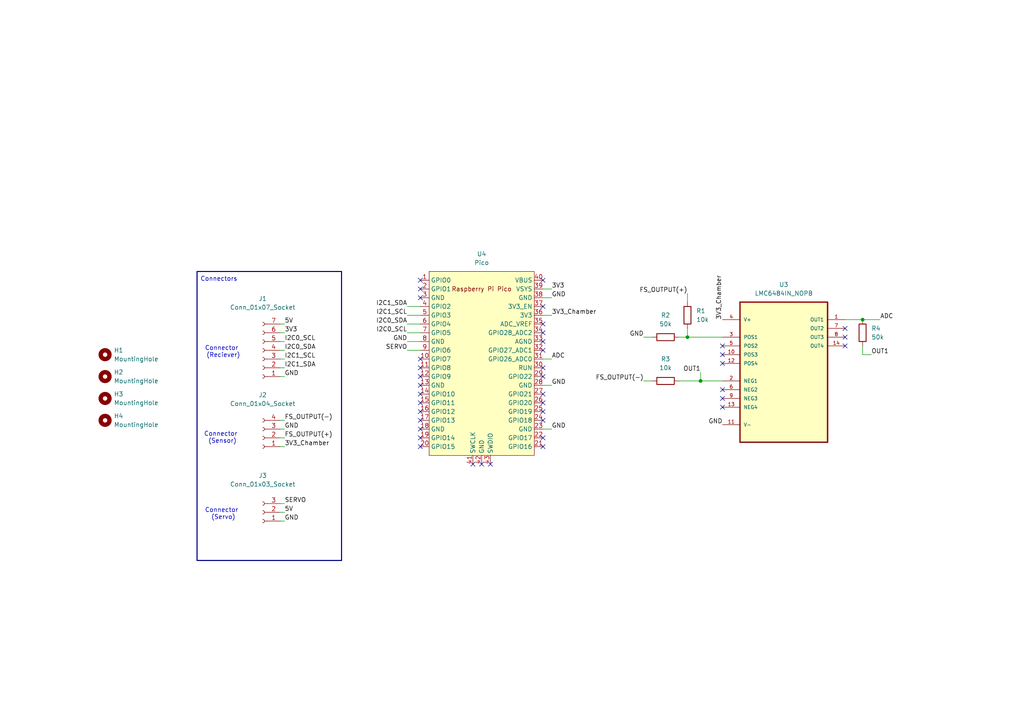
<source format=kicad_sch>
(kicad_sch (version 20231120) (generator "eeschema") (generator_version "8.0")
  (paper "A4")
  (title_block (title "OPEL Sensing Sender") (company "Olin Plasma Engineering Lab"))
  (lib_symbols
    (symbol "Connector:Conn_01x03_Socket" (pin_names (offset 1.016) hide)
      (property "Reference" "J" (at 0 5.08 0))
      (property "Value" "Conn_01x03_Socket" (at 0 -5.08 0))
      (symbol "Conn_01x03_Socket_1_1"
        (arc (start 0 -2.032) (mid -0.5058 -2.54) (end 0 -3.048) (stroke (width 0.1524)))
        (polyline (pts (xy -1.27 -2.54) (xy -0.508 -2.54)) (stroke (width 0.1524)))
        (polyline (pts (xy -1.27 0) (xy -0.508 0)) (stroke (width 0.1524)))
        (polyline (pts (xy -1.27 2.54) (xy -0.508 2.54)) (stroke (width 0.1524)))
        (arc (start 0 0.508) (mid -0.5058 0) (end 0 -0.508) (stroke (width 0.1524)))
        (arc (start 0 3.048) (mid -0.5058 2.54) (end 0 2.032) (stroke (width 0.1524)))
        (pin passive line (at -5.08 2.54 0) (length 3.81) (name "Pin_1") (number "1"))
        (pin passive line (at -5.08 0 0) (length 3.81) (name "Pin_2") (number "2"))
        (pin passive line (at -5.08 -2.54 0) (length 3.81) (name "Pin_3") (number "3"))
      )
    )
    (symbol "Connector:Conn_01x04_Socket" (pin_names (offset 1.016) hide)
      (property "Reference" "J" (at 0 5.08 0))
      (property "Value" "Conn_01x04_Socket" (at 0 -7.62 0))
      (symbol "Conn_01x04_Socket_1_1"
        (arc (start 0 -4.572) (mid -0.5058 -5.08) (end 0 -5.588) (stroke (width 0.1524)))
        (arc (start 0 -2.032) (mid -0.5058 -2.54) (end 0 -3.048) (stroke (width 0.1524)))
        (polyline (pts (xy -1.27 -5.08) (xy -0.508 -5.08)) (stroke (width 0.1524)))
        (polyline (pts (xy -1.27 -2.54) (xy -0.508 -2.54)) (stroke (width 0.1524)))
        (polyline (pts (xy -1.27 0) (xy -0.508 0)) (stroke (width 0.1524)))
        (polyline (pts (xy -1.27 2.54) (xy -0.508 2.54)) (stroke (width 0.1524)))
        (arc (start 0 0.508) (mid -0.5058 0) (end 0 -0.508) (stroke (width 0.1524)))
        (arc (start 0 3.048) (mid -0.5058 2.54) (end 0 2.032) (stroke (width 0.1524)))
        (pin passive line (at -5.08 2.54 0) (length 3.81) (name "Pin_1") (number "1"))
        (pin passive line (at -5.08 0 0) (length 3.81) (name "Pin_2") (number "2"))
        (pin passive line (at -5.08 -2.54 0) (length 3.81) (name "Pin_3") (number "3"))
        (pin passive line (at -5.08 -5.08 0) (length 3.81) (name "Pin_4") (number "4"))
      )
    )
    (symbol "Connector:Conn_01x07_Socket" (pin_names (offset 1.016) hide)
      (property "Reference" "J" (at 0 10.16 0))
      (property "Value" "Conn_01x07_Socket" (at 0 -10.16 0))
      (symbol "Conn_01x07_Socket_1_1"
        (arc (start 0 -7.112) (mid -0.5058 -7.62) (end 0 -8.128) (stroke (width 0.1524)))
        (arc (start 0 -4.572) (mid -0.5058 -5.08) (end 0 -5.588) (stroke (width 0.1524)))
        (arc (start 0 -2.032) (mid -0.5058 -2.54) (end 0 -3.048) (stroke (width 0.1524)))
        (polyline (pts (xy -1.27 -7.62) (xy -0.508 -7.62)) (stroke (width 0.1524)))
        (polyline (pts (xy -1.27 -5.08) (xy -0.508 -5.08)) (stroke (width 0.1524)))
        (polyline (pts (xy -1.27 -2.54) (xy -0.508 -2.54)) (stroke (width 0.1524)))
        (polyline (pts (xy -1.27 0) (xy -0.508 0)) (stroke (width 0.1524)))
        (polyline (pts (xy -1.27 2.54) (xy -0.508 2.54)) (stroke (width 0.1524)))
        (polyline (pts (xy -1.27 5.08) (xy -0.508 5.08)) (stroke (width 0.1524)))
        (polyline (pts (xy -1.27 7.62) (xy -0.508 7.62)) (stroke (width 0.1524)))
        (arc (start 0 0.508) (mid -0.5058 0) (end 0 -0.508) (stroke (width 0.1524)))
        (arc (start 0 3.048) (mid -0.5058 2.54) (end 0 2.032) (stroke (width 0.1524)))
        (arc (start 0 5.588) (mid -0.5058 5.08) (end 0 4.572) (stroke (width 0.1524)))
        (arc (start 0 8.128) (mid -0.5058 7.62) (end 0 7.112) (stroke (width 0.1524)))
        (pin passive line (at -5.08 7.62 0) (length 3.81) (name "Pin_1") (number "1"))
        (pin passive line (at -5.08 5.08 0) (length 3.81) (name "Pin_2") (number "2"))
        (pin passive line (at -5.08 2.54 0) (length 3.81) (name "Pin_3") (number "3"))
        (pin passive line (at -5.08 0 0) (length 3.81) (name "Pin_4") (number "4"))
        (pin passive line (at -5.08 -2.54 0) (length 3.81) (name "Pin_5") (number "5"))
        (pin passive line (at -5.08 -5.08 0) (length 3.81) (name "Pin_6") (number "6"))
        (pin passive line (at -5.08 -7.62 0) (length 3.81) (name "Pin_7") (number "7"))
      )
    )
    (symbol "Device:R" (pin_numbers hide) (pin_names (offset 0))
      (property "Reference" "R" (at 2.032 0 90))
      (property "Value" "R" (at 0 0 90))
      (symbol "R_0_1"
        (rectangle (start -1.016 -2.54) (end 1.016 2.54) (stroke (width 0.254)))
      )
      (symbol "R_1_1"
        (pin passive line (at 0 3.81 270) (length 1.27) (name "~") (number "1"))
        (pin passive line (at 0 -3.81 90) (length 1.27) (name "~") (number "2"))
      )
    )
    (symbol "LMC6484IN_NOPB:LMC6484IN_NOPB" (pin_names (offset 1.016))
      (property "Reference" "U" (at -6.2234 18.8735 0))
      (property "Value" "LMC6484IN_NOPB" (at -3.7108 -25.7977 0))
      (symbol "LMC6484IN_NOPB_0_0"
        (rectangle (start -12.7 -22.86) (end 12.7 17.78) (stroke (width 0.4064)) (fill (type background)))
        (pin output line (at 17.78 12.7 180) (length 5.08) (name "OUT1") (number "1"))
        (pin input line (at -17.78 2.54 0) (length 5.08) (name "POS3") (number "10"))
        (pin power_in line (at -17.78 -17.78 0) (length 5.08) (name "V-") (number "11"))
        (pin input line (at -17.78 0 0) (length 5.08) (name "POS4") (number "12"))
        (pin input line (at -17.78 -12.7 0) (length 5.08) (name "NEG4") (number "13"))
        (pin output line (at 17.78 5.08 180) (length 5.08) (name "OUT4") (number "14"))
        (pin input line (at -17.78 -5.08 0) (length 5.08) (name "NEG1") (number "2"))
        (pin input line (at -17.78 7.62 0) (length 5.08) (name "POS1") (number "3"))
        (pin power_in line (at -17.78 12.7 0) (length 5.08) (name "V+") (number "4"))
        (pin input line (at -17.78 5.08 0) (length 5.08) (name "POS2") (number "5"))
        (pin input line (at -17.78 -7.62 0) (length 5.08) (name "NEG2") (number "6"))
        (pin output line (at 17.78 10.16 180) (length 5.08) (name "OUT2") (number "7"))
        (pin output line (at 17.78 7.62 180) (length 5.08) (name "OUT3") (number "8"))
        (pin input line (at -17.78 -10.16 0) (length 5.08) (name "NEG3") (number "9"))
      )
    )
    (symbol "MCU_RaspberryPi_and_Boards:Pico"
      (property "Reference" "U" (at -13.97 27.94 0))
      (property "Value" "Pico" (at 0 19.05 0))
      (symbol "Pico_0_0"
        (text "Raspberry Pi Pico" (at 0 21.59 0) (effects (font (size 1.27 1.27))))
      )
      (symbol "Pico_0_1"
        (rectangle (start -15.24 26.67) (end 15.24 -26.67) (fill (type background)))
      )
      (symbol "Pico_1_1"
        (pin bidirectional line (at -17.78 24.13 0) (length 2.54) (name "GPIO0") (number "1"))
        (pin bidirectional line (at -17.78 1.27 0) (length 2.54) (name "GPIO7") (number "10"))
        (pin bidirectional line (at -17.78 -1.27 0) (length 2.54) (name "GPIO8") (number "11"))
        (pin bidirectional line (at -17.78 -3.81 0) (length 2.54) (name "GPIO9") (number "12"))
        (pin power_in line (at -17.78 -6.35 0) (length 2.54) (name "GND") (number "13"))
        (pin bidirectional line (at -17.78 -8.89 0) (length 2.54) (name "GPIO10") (number "14"))
        (pin bidirectional line (at -17.78 -11.43 0) (length 2.54) (name "GPIO11") (number "15"))
        (pin bidirectional line (at -17.78 -13.97 0) (length 2.54) (name "GPIO12") (number "16"))
        (pin bidirectional line (at -17.78 -16.51 0) (length 2.54) (name "GPIO13") (number "17"))
        (pin power_in line (at -17.78 -19.05 0) (length 2.54) (name "GND") (number "18"))
        (pin bidirectional line (at -17.78 -21.59 0) (length 2.54) (name "GPIO14") (number "19"))
        (pin bidirectional line (at -17.78 21.59 0) (length 2.54) (name "GPIO1") (number "2"))
        (pin bidirectional line (at -17.78 -24.13 0) (length 2.54) (name "GPIO15") (number "20"))
        (pin bidirectional line (at 17.78 -24.13 180) (length 2.54) (name "GPIO16") (number "21"))
        (pin bidirectional line (at 17.78 -21.59 180) (length 2.54) (name "GPIO17") (number "22"))
        (pin power_in line (at 17.78 -19.05 180) (length 2.54) (name "GND") (number "23"))
        (pin bidirectional line (at 17.78 -16.51 180) (length 2.54) (name "GPIO18") (number "24"))
        (pin bidirectional line (at 17.78 -13.97 180) (length 2.54) (name "GPIO19") (number "25"))
        (pin bidirectional line (at 17.78 -11.43 180) (length 2.54) (name "GPIO20") (number "26"))
        (pin bidirectional line (at 17.78 -8.89 180) (length 2.54) (name "GPIO21") (number "27"))
        (pin power_in line (at 17.78 -6.35 180) (length 2.54) (name "GND") (number "28"))
        (pin bidirectional line (at 17.78 -3.81 180) (length 2.54) (name "GPIO22") (number "29"))
        (pin power_in line (at -17.78 19.05 0) (length 2.54) (name "GND") (number "3"))
        (pin input line (at 17.78 -1.27 180) (length 2.54) (name "RUN") (number "30"))
        (pin bidirectional line (at 17.78 1.27 180) (length 2.54) (name "GPIO26_ADC0") (number "31"))
        (pin bidirectional line (at 17.78 3.81 180) (length 2.54) (name "GPIO27_ADC1") (number "32"))
        (pin power_in line (at 17.78 6.35 180) (length 2.54) (name "AGND") (number "33"))
        (pin bidirectional line (at 17.78 8.89 180) (length 2.54) (name "GPIO28_ADC2") (number "34"))
        (pin power_in line (at 17.78 11.43 180) (length 2.54) (name "ADC_VREF") (number "35"))
        (pin power_in line (at 17.78 13.97 180) (length 2.54) (name "3V3") (number "36"))
        (pin input line (at 17.78 16.51 180) (length 2.54) (name "3V3_EN") (number "37"))
        (pin bidirectional line (at 17.78 19.05 180) (length 2.54) (name "GND") (number "38"))
        (pin power_in line (at 17.78 21.59 180) (length 2.54) (name "VSYS") (number "39"))
        (pin bidirectional line (at -17.78 16.51 0) (length 2.54) (name "GPIO2") (number "4"))
        (pin power_in line (at 17.78 24.13 180) (length 2.54) (name "VBUS") (number "40"))
        (pin input line (at -2.54 -29.21 90) (length 2.54) (name "SWCLK") (number "41"))
        (pin power_in line (at 0 -29.21 90) (length 2.54) (name "GND") (number "42"))
        (pin bidirectional line (at 2.54 -29.21 90) (length 2.54) (name "SWDIO") (number "43"))
        (pin bidirectional line (at -17.78 13.97 0) (length 2.54) (name "GPIO3") (number "5"))
        (pin bidirectional line (at -17.78 11.43 0) (length 2.54) (name "GPIO4") (number "6"))
        (pin bidirectional line (at -17.78 8.89 0) (length 2.54) (name "GPIO5") (number "7"))
        (pin power_in line (at -17.78 6.35 0) (length 2.54) (name "GND") (number "8"))
        (pin bidirectional line (at -17.78 3.81 0) (length 2.54) (name "GPIO6") (number "9"))
      )
    )
    (symbol "Mechanical:MountingHole" (pin_names (offset 1.016)) (exclude_from_sim yes) (in_bom no)
      (property "Reference" "H" (at 0 5.08 0))
      (property "Value" "MountingHole" (at 0 3.175 0))
      (symbol "MountingHole_0_1"
        (circle (center 0 0) (radius 1.27) (stroke (width 1.27)))
      )
    )
  )
  (junction (at 203.2 110.49))
  (junction (at 250.19 92.71))
  (junction (at 199.39 97.79))
  (no_connect (at 121.92 106.68))
  (no_connect (at 121.92 114.3))
  (no_connect (at 142.24 134.62))
  (no_connect (at 209.55 115.57))
  (no_connect (at 157.48 114.3))
  (no_connect (at 121.92 119.38))
  (no_connect (at 137.16 134.62))
  (no_connect (at 209.55 118.11))
  (no_connect (at 157.48 119.38))
  (no_connect (at 245.11 100.33))
  (no_connect (at 121.92 86.36))
  (no_connect (at 121.92 81.28))
  (no_connect (at 121.92 109.22))
  (no_connect (at 209.55 113.03))
  (no_connect (at 157.48 109.22))
  (no_connect (at 121.92 104.14))
  (no_connect (at 209.55 100.33))
  (no_connect (at 121.92 111.76))
  (no_connect (at 245.11 97.79))
  (no_connect (at 121.92 124.46))
  (no_connect (at 209.55 102.87))
  (no_connect (at 121.92 127))
  (no_connect (at 209.55 105.41))
  (no_connect (at 139.7 134.62))
  (no_connect (at 157.48 127))
  (no_connect (at 245.11 95.25))
  (no_connect (at 157.48 96.52))
  (no_connect (at 157.48 106.68))
  (no_connect (at 157.48 121.92))
  (no_connect (at 121.92 116.84))
  (no_connect (at 157.48 129.54))
  (no_connect (at 121.92 83.82))
  (no_connect (at 157.48 93.98))
  (no_connect (at 157.48 101.6))
  (no_connect (at 157.48 116.84))
  (no_connect (at 157.48 81.28))
  (no_connect (at 121.92 121.92))
  (no_connect (at 157.48 88.9))
  (no_connect (at 157.48 99.06))
  (no_connect (at 121.92 129.54))
  (wire (pts (xy 82.55 101.6) (xy 81.28 101.6)))
  (wire (pts (xy 118.11 96.52) (xy 121.92 96.52)))
  (wire (pts (xy 82.55 121.92) (xy 81.28 121.92)))
  (bus (pts (xy 99.06 78.74) (xy 99.06 162.56)))
  (wire (pts (xy 82.55 148.59) (xy 81.28 148.59)))
  (wire (pts (xy 82.55 151.13) (xy 81.28 151.13)))
  (wire (pts (xy 118.11 101.6) (xy 121.92 101.6)))
  (wire (pts (xy 82.55 146.05) (xy 81.28 146.05)))
  (wire (pts (xy 186.69 110.49) (xy 189.23 110.49)))
  (wire (pts (xy 82.55 93.98) (xy 81.28 93.98)))
  (wire (pts (xy 118.11 88.9) (xy 121.92 88.9)))
  (wire (pts (xy 118.11 91.44) (xy 121.92 91.44)))
  (bus (pts (xy 99.06 162.56) (xy 57.15 162.56)))
  (wire (pts (xy 199.39 95.25) (xy 199.39 97.79)))
  (wire (pts (xy 250.19 102.87) (xy 250.19 100.33)))
  (wire (pts (xy 82.55 96.52) (xy 81.28 96.52)))
  (wire (pts (xy 186.69 97.79) (xy 189.23 97.79)))
  (bus (pts (xy 57.15 78.74) (xy 99.06 78.74)))
  (wire (pts (xy 203.2 107.95) (xy 203.2 110.49)))
  (wire (pts (xy 203.2 110.49) (xy 209.55 110.49)))
  (wire (pts (xy 118.11 93.98) (xy 121.92 93.98)))
  (wire (pts (xy 160.02 91.44) (xy 157.48 91.44)))
  (wire (pts (xy 82.55 124.46) (xy 81.28 124.46)))
  (wire (pts (xy 196.85 97.79) (xy 199.39 97.79)))
  (wire (pts (xy 199.39 97.79) (xy 209.55 97.79)))
  (wire (pts (xy 82.55 109.22) (xy 81.28 109.22)))
  (wire (pts (xy 82.55 99.06) (xy 81.28 99.06)))
  (bus (pts (xy 57.15 162.56) (xy 57.15 78.74)))
  (wire (pts (xy 82.55 106.68) (xy 81.28 106.68)))
  (wire (pts (xy 160.02 124.46) (xy 157.48 124.46)))
  (wire (pts (xy 160.02 111.76) (xy 157.48 111.76)))
  (wire (pts (xy 160.02 104.14) (xy 157.48 104.14)))
  (wire (pts (xy 252.73 102.87) (xy 250.19 102.87)))
  (wire (pts (xy 82.55 129.54) (xy 81.28 129.54)))
  (wire (pts (xy 82.55 104.14) (xy 81.28 104.14)))
  (wire (pts (xy 118.11 99.06) (xy 121.92 99.06)))
  (wire (pts (xy 160.02 86.36) (xy 157.48 86.36)))
  (wire (pts (xy 245.11 92.71) (xy 250.19 92.71)))
  (wire (pts (xy 250.19 92.71) (xy 255.27 92.71)))
  (wire (pts (xy 82.55 127) (xy 81.28 127)))
  (wire (pts (xy 199.39 85.09) (xy 199.39 87.63)))
  (wire (pts (xy 196.85 110.49) (xy 203.2 110.49)))
  (wire (pts (xy 160.02 83.82) (xy 157.48 83.82)))
  (text "Connector \n(Servo)" (at 64.77 149.098 0) (effects (font (size 1.27 1.27))))
  (text "Connector \n(Sensor)" (at 64.516 127 0) (effects (font (size 1.27 1.27))))
  (text "Connectors" (at 63.5 81.026 0) (effects (font (size 1.27 1.27))))
  (text "Connector \n(Reciever)" (at 64.77 102.108 0) (effects (font (size 1.27 1.27))))
  (label "3V3" (at 82.55 96.52 0))
  (label "5V" (at 82.55 148.59 0))
  (label "I2C0_SCL" (at 118.11 96.52 180))
  (label "I2C1_SCL" (at 82.55 104.14 0))
  (label "3V3_Chamber" (at 209.55 92.71 90))
  (label "GND" (at 82.55 151.13 0))
  (label "FS_OUTPUT(+)" (at 82.55 127 0))
  (label "3V3" (at 160.02 83.82 0))
  (label "GND" (at 186.69 97.79 180))
  (label "3V3_Chamber" (at 82.55 129.54 0))
  (label "OUT1" (at 252.73 102.87 0))
  (label "3V3_Chamber" (at 160.02 91.44 0))
  (label "FS_OUTPUT(-)" (at 82.55 121.92 0))
  (label "GND" (at 160.02 111.76 0))
  (label "GND" (at 209.55 123.19 180))
  (label "I2C1_SCL" (at 118.11 91.44 180))
  (label "GND" (at 82.55 109.22 0))
  (label "I2C0_SDA" (at 82.55 101.6 0))
  (label "I2C1_SDA" (at 118.11 88.9 180))
  (label "SERVO" (at 118.11 101.6 180))
  (label "SERVO" (at 82.55 146.05 0))
  (label "GND" (at 160.02 86.36 0))
  (label "ADC" (at 255.27 92.71 0))
  (label "GND" (at 118.11 99.06 180))
  (label "I2C0_SDA" (at 118.11 93.98 180))
  (label "GND" (at 82.55 124.46 0))
  (label "I2C0_SCL" (at 82.55 99.06 0))
  (label "I2C1_SDA" (at 82.55 106.68 0))
  (label "5V" (at 82.55 93.98 0))
  (label "OUT1" (at 203.2 107.95 180))
  (label "FS_OUTPUT(-)" (at 186.69 110.49 180))
  (label "GND" (at 160.02 124.46 0))
  (label "ADC" (at 160.02 104.14 0))
  (label "FS_OUTPUT(+)" (at 199.39 85.09 180))
  (symbol (lib_id "Connector:Conn_01x07_Socket") (at 76.2 101.6 180) (unit 1)
    (property "Reference" "J1" (at 76.2 86.614 0))
    (property "Value" "Conn_01x07_Socket" (at 76.2 89.154 0))
    (property "Footprint" "Connector_JST:JST_PH_B7B-PH-K_1x07_P2.00mm_Vertical" (effects (hide yes)))
    (property "Description" "Generic connector, single row, 01x07, script generated" (effects (hide yes)))
  )
  (symbol (lib_id "Connector:Conn_01x03_Socket") (at 76.2 148.59 180) (unit 1)
    (property "Reference" "J3" (at 76.2 137.922 0))
    (property "Value" "Conn_01x03_Socket" (at 76.2 140.462 0))
    (property "Footprint" "Connector_JST:JST_PH_B3B-PH-K_1x03_P2.00mm_Vertical" (effects (hide yes)))
    (property "Description" "Generic connector, single row, 01x03, script generated" (effects (hide yes)))
  )
  (symbol (lib_id "Mechanical:MountingHole") (at 30.48 102.87 0) (unit 1) (exclude_from_sim yes) (in_bom no)
    (property "Reference" "H1" (at 33.02 101.5999 0) (effects (justify left)))
    (property "Value" "MountingHole" (at 33.02 104.1399 0) (effects (justify left)))
    (property "Footprint" "MountingHole:MountingHole_2.2mm_M2" (effects (hide yes)))
    (property "Description" "Mounting Hole without connection" (effects (hide yes)))
  )
  (symbol (lib_id "Mechanical:MountingHole") (at 30.48 115.57 0) (unit 1) (exclude_from_sim yes) (in_bom no)
    (property "Reference" "H3" (at 33.02 114.2999 0) (effects (justify left)))
    (property "Value" "MountingHole" (at 33.02 116.8399 0) (effects (justify left)))
    (property "Footprint" "MountingHole:MountingHole_2.2mm_M2" (effects (hide yes)))
    (property "Description" "Mounting Hole without connection" (effects (hide yes)))
  )
  (symbol (lib_id "Mechanical:MountingHole") (at 30.48 109.22 0) (unit 1) (exclude_from_sim yes) (in_bom no)
    (property "Reference" "H2" (at 33.02 107.9499 0) (effects (justify left)))
    (property "Value" "MountingHole" (at 33.02 110.4899 0) (effects (justify left)))
    (property "Footprint" "MountingHole:MountingHole_2.2mm_M2" (effects (hide yes)))
    (property "Description" "Mounting Hole without connection" (effects (hide yes)))
  )
  (symbol (lib_id "Connector:Conn_01x04_Socket") (at 76.2 127 180) (unit 1)
    (property "Reference" "J2" (at 76.2 114.554 0))
    (property "Value" "Conn_01x04_Socket" (at 76.2 117.094 0))
    (property "Footprint" "Connector_JST:JST_PH_B4B-PH-K_1x04_P2.00mm_Vertical" (effects (hide yes)))
    (property "Description" "Generic connector, single row, 01x04, script generated" (effects (hide yes)))
  )
  (symbol (lib_id "MCU_RaspberryPi_and_Boards:Pico") (at 139.7 105.41 0) (unit 1)
    (property "Reference" "U4" (at 139.7 73.66 0))
    (property "Value" "Pico" (at 139.7 76.2 0))
    (property "Footprint" "MCU_RaspberryPi_and_Boards:RPi_Pico_SMD_TH" (effects (hide yes)))
  )
  (symbol (lib_id "Device:R") (at 193.04 97.79 90) (unit 1)
    (property "Reference" "R2" (at 193.04 91.44 90))
    (property "Value" "50k" (at 193.04 93.98 90))
    (property "Footprint" "Resistor_SMD:R_0603_1608Metric" (effects (hide yes)))
    (property "Description" "Resistor" (effects (hide yes)))
  )
  (symbol (lib_id "Device:R") (at 250.19 96.52 180) (unit 1)
    (property "Reference" "R4" (at 252.73 95.2499 0) (effects (justify right)))
    (property "Value" "50k" (at 252.73 97.7899 0) (effects (justify right)))
    (property "Footprint" "Resistor_SMD:R_0603_1608Metric" (effects (hide yes)))
    (property "Description" "Resistor" (effects (hide yes)))
  )
  (symbol (lib_id "LMC6484IN_NOPB:LMC6484IN_NOPB") (at 227.33 105.41 0) (unit 1)
    (property "Reference" "U3" (at 227.33 82.55 0))
    (property "Value" "LMC6484IN_NOPB" (at 227.33 85.09 0))
    (property "Footprint" "LMC6484IN_NOPB:DIP254P762X508-14" (effects (hide yes)))
    (property "MF" "Texas Instruments" (effects (hide yes)))
    (property "Description_1" "\nUltra-low Bias Current, Precision CMOS Rail-to-Rail Input and Output Quad Operational Amplifier\n" (effects (hide yes)))
    (property "PACKAGE" "14- DIP" (effects (hide yes)))
    (property "MPN" "LMC6484IN/NOPB" (effects (hide yes)))
    (property "Price" "None" (effects (hide yes)))
    (property "Package" "PDIP-14 Texas Instruments" (effects (hide yes)))
    (property "OC_FARNELL" "9486070" (effects (hide yes)))
    (property "SnapEDA_Link" "https://www.snapeda.com/parts/LMC6484IN/NOPB/Texas+Instruments/view-part/?ref=snap" (effects (hide yes)))
    (property "MP" "LMC6484IN/NOPB" (effects (hide yes)))
    (property "SUPPLIER" "National Semiconductor" (effects (hide yes)))
    (property "OC_NEWARK" "92F350" (effects (hide yes)))
    (property "Availability" "In Stock" (effects (hide yes)))
    (property "Check_prices" "https://www.snapeda.com/parts/LMC6484IN/NOPB/Texas+Instruments/view-part/?ref=eda" (effects (hide yes)))
  )
  (symbol (lib_id "Device:R") (at 193.04 110.49 270) (unit 1)
    (property "Reference" "R3" (at 193.04 104.14 90))
    (property "Value" "10k" (at 193.04 106.68 90))
    (property "Footprint" "Resistor_SMD:R_0603_1608Metric" (effects (hide yes)))
    (property "Description" "Resistor" (effects (hide yes)))
  )
  (symbol (lib_id "Device:R") (at 199.39 91.44 0) (unit 1)
    (property "Reference" "R1" (at 201.93 90.1699 0) (effects (justify left)))
    (property "Value" "10k" (at 201.93 92.7099 0) (effects (justify left)))
    (property "Footprint" "Resistor_SMD:R_0603_1608Metric" (effects (hide yes)))
    (property "Description" "Resistor" (effects (hide yes)))
  )
  (symbol (lib_id "Mechanical:MountingHole") (at 30.48 121.92 0) (unit 1) (exclude_from_sim yes) (in_bom no)
    (property "Reference" "H4" (at 33.02 120.6499 0) (effects (justify left)))
    (property "Value" "MountingHole" (at 33.02 123.1899 0) (effects (justify left)))
    (property "Footprint" "MountingHole:MountingHole_2.2mm_M2" (effects (hide yes)))
    (property "Description" "Mounting Hole without connection" (effects (hide yes)))
  )
)
</source>
